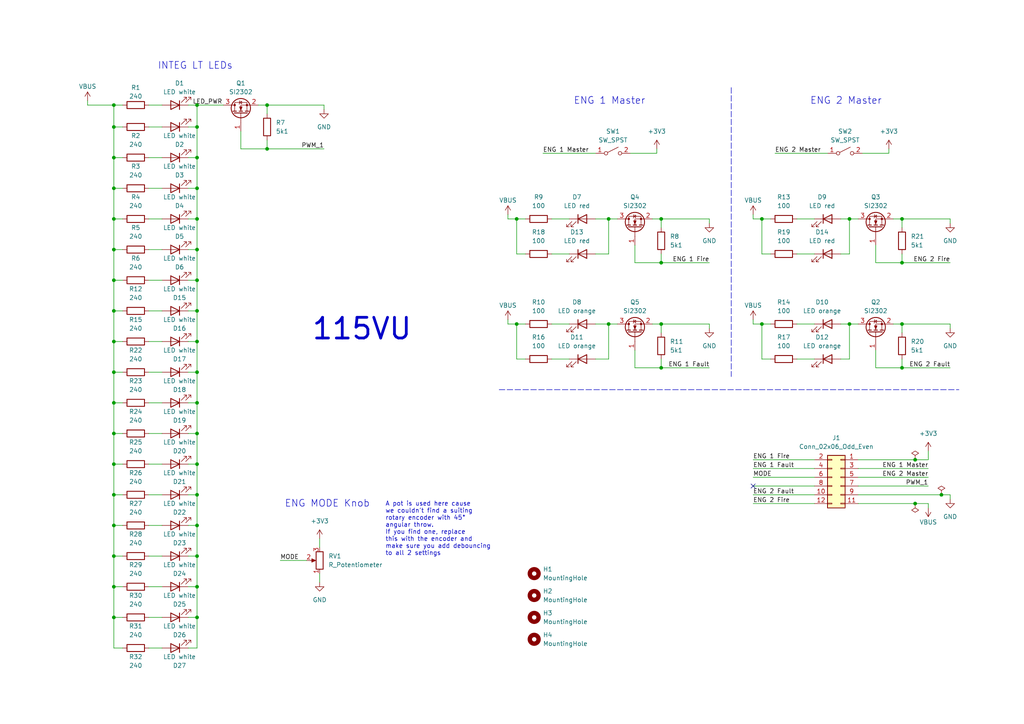
<source format=kicad_sch>
(kicad_sch (version 20230121) (generator eeschema)
  (paper "A4")
  (junction (at 33.02 125.73))
  (junction (at 33.02 90.17))
  (junction (at 57.15 179.07))
  (junction (at 57.15 161.29))
  (junction (at 261.62 93.98))
  (junction (at 33.02 107.95))
  (junction (at 176.53 93.98))
  (junction (at 33.02 45.72))
  (junction (at 57.15 170.18))
  (junction (at 33.02 170.18))
  (junction (at 149.86 63.5))
  (junction (at 33.02 179.07))
  (junction (at 57.15 107.95))
  (junction (at 33.02 30.48))
  (junction (at 191.77 76.2))
  (junction (at 33.02 143.51))
  (junction (at 57.15 152.4))
  (junction (at 57.15 81.28))
  (junction (at 191.77 106.68))
  (junction (at 57.15 116.84))
  (junction (at 57.15 30.48))
  (junction (at 57.15 36.83))
  (junction (at 261.62 63.5))
  (junction (at 57.15 72.39))
  (junction (at 57.15 90.17))
  (junction (at 33.02 116.84))
  (junction (at 57.15 143.51))
  (junction (at 57.15 63.5))
  (junction (at 220.98 63.5))
  (junction (at 57.15 134.62))
  (junction (at 77.47 30.48))
  (junction (at 220.98 93.98))
  (junction (at 261.62 76.2))
  (junction (at 33.02 36.83))
  (junction (at 261.62 106.68))
  (junction (at 33.02 54.61))
  (junction (at 33.02 152.4))
  (junction (at 77.47 43.18))
  (junction (at 33.02 161.29))
  (junction (at 191.77 63.5))
  (junction (at 57.15 125.73))
  (junction (at 33.02 72.39))
  (junction (at 33.02 134.62))
  (junction (at 33.02 99.06))
  (junction (at 57.15 45.72))
  (junction (at 57.15 54.61))
  (junction (at 246.38 93.98))
  (junction (at 57.15 99.06))
  (junction (at 265.43 146.05))
  (junction (at 265.43 133.35))
  (junction (at 273.05 143.51))
  (junction (at 246.38 63.5))
  (junction (at 33.02 81.28))
  (junction (at 33.02 63.5))
  (junction (at 176.53 63.5))
  (junction (at 191.77 93.98))
  (junction (at 149.86 93.98))
  (no_connect (at 218.44 140.97))
  (wire (pts (xy 33.02 161.29) (xy 33.02 170.18)))
  (wire (pts (xy 243.84 104.14) (xy 246.38 104.14)))
  (wire (pts (xy 43.18 170.18) (xy 46.99 170.18)))
  (wire (pts (xy 33.02 125.73) (xy 35.56 125.73)))
  (wire (pts (xy 35.56 187.96) (xy 33.02 187.96)))
  (wire (pts (xy 54.61 170.18) (xy 57.15 170.18)))
  (wire (pts (xy 57.15 134.62) (xy 57.15 143.51)))
  (wire (pts (xy 54.61 36.83) (xy 57.15 36.83)))
  (wire (pts (xy 275.59 93.98) (xy 261.62 93.98)))
  (wire (pts (xy 33.02 107.95) (xy 33.02 116.84)))
  (wire (pts (xy 54.61 125.73) (xy 57.15 125.73)))
  (wire (pts (xy 57.15 54.61) (xy 57.15 63.5)))
  (wire (pts (xy 43.18 134.62) (xy 46.99 134.62)))
  (wire (pts (xy 43.18 152.4) (xy 46.99 152.4)))
  (wire (pts (xy 33.02 63.5) (xy 33.02 72.39)))
  (wire (pts (xy 33.02 143.51) (xy 35.56 143.51)))
  (wire (pts (xy 43.18 116.84) (xy 46.99 116.84)))
  (wire (pts (xy 160.02 104.14) (xy 165.1 104.14)))
  (wire (pts (xy 33.02 179.07) (xy 35.56 179.07)))
  (wire (pts (xy 54.61 99.06) (xy 57.15 99.06)))
  (wire (pts (xy 33.02 134.62) (xy 33.02 143.51)))
  (wire (pts (xy 160.02 93.98) (xy 165.1 93.98)))
  (wire (pts (xy 218.44 93.98) (xy 220.98 93.98)))
  (wire (pts (xy 54.61 143.51) (xy 57.15 143.51)))
  (wire (pts (xy 43.18 30.48) (xy 46.99 30.48)))
  (wire (pts (xy 218.44 140.97) (xy 236.22 140.97)))
  (wire (pts (xy 147.32 62.23) (xy 147.32 63.5)))
  (wire (pts (xy 35.56 134.62) (xy 33.02 134.62)))
  (wire (pts (xy 33.02 143.51) (xy 33.02 152.4)))
  (wire (pts (xy 205.74 93.98) (xy 191.77 93.98)))
  (wire (pts (xy 259.08 63.5) (xy 261.62 63.5)))
  (wire (pts (xy 191.77 76.2) (xy 205.74 76.2)))
  (wire (pts (xy 184.15 71.12) (xy 184.15 76.2)))
  (wire (pts (xy 92.71 166.37) (xy 92.71 168.91)))
  (wire (pts (xy 220.98 93.98) (xy 220.98 104.14)))
  (wire (pts (xy 261.62 76.2) (xy 275.59 76.2)))
  (wire (pts (xy 54.61 72.39) (xy 57.15 72.39)))
  (wire (pts (xy 248.92 143.51) (xy 273.05 143.51)))
  (wire (pts (xy 147.32 93.98) (xy 149.86 93.98)))
  (wire (pts (xy 33.02 107.95) (xy 35.56 107.95)))
  (wire (pts (xy 218.44 146.05) (xy 236.22 146.05)))
  (wire (pts (xy 33.02 30.48) (xy 35.56 30.48)))
  (wire (pts (xy 149.86 63.5) (xy 152.4 63.5)))
  (wire (pts (xy 43.18 45.72) (xy 46.99 45.72)))
  (wire (pts (xy 184.15 101.6) (xy 184.15 106.68)))
  (wire (pts (xy 33.02 36.83) (xy 33.02 45.72)))
  (wire (pts (xy 248.92 140.97) (xy 269.24 140.97)))
  (wire (pts (xy 149.86 93.98) (xy 152.4 93.98)))
  (wire (pts (xy 69.85 43.18) (xy 77.47 43.18)))
  (wire (pts (xy 176.53 93.98) (xy 179.07 93.98)))
  (wire (pts (xy 205.74 64.77) (xy 205.74 63.5)))
  (wire (pts (xy 189.23 93.98) (xy 191.77 93.98)))
  (wire (pts (xy 57.15 179.07) (xy 57.15 187.96)))
  (wire (pts (xy 35.56 36.83) (xy 33.02 36.83)))
  (wire (pts (xy 33.02 63.5) (xy 35.56 63.5)))
  (wire (pts (xy 57.15 161.29) (xy 57.15 170.18)))
  (wire (pts (xy 69.85 38.1) (xy 69.85 43.18)))
  (wire (pts (xy 246.38 63.5) (xy 248.92 63.5)))
  (wire (pts (xy 265.43 146.05) (xy 269.24 146.05)))
  (wire (pts (xy 172.72 104.14) (xy 176.53 104.14)))
  (wire (pts (xy 218.44 62.23) (xy 218.44 63.5)))
  (wire (pts (xy 54.61 63.5) (xy 57.15 63.5)))
  (wire (pts (xy 57.15 72.39) (xy 57.15 81.28)))
  (wire (pts (xy 248.92 133.35) (xy 265.43 133.35)))
  (wire (pts (xy 77.47 40.64) (xy 77.47 43.18)))
  (polyline (pts (xy 144.78 113.03) (xy 278.13 113.03)) (stroke (width 0) (type dash)))
  (wire (pts (xy 43.18 125.73) (xy 46.99 125.73)))
  (wire (pts (xy 93.98 30.48) (xy 77.47 30.48)))
  (wire (pts (xy 33.02 152.4) (xy 35.56 152.4)))
  (wire (pts (xy 205.74 63.5) (xy 191.77 63.5)))
  (wire (pts (xy 254 101.6) (xy 254 106.68)))
  (wire (pts (xy 176.53 63.5) (xy 172.72 63.5)))
  (wire (pts (xy 77.47 43.18) (xy 93.98 43.18)))
  (wire (pts (xy 33.02 116.84) (xy 33.02 125.73)))
  (wire (pts (xy 43.18 107.95) (xy 46.99 107.95)))
  (wire (pts (xy 54.61 54.61) (xy 57.15 54.61)))
  (wire (pts (xy 246.38 63.5) (xy 243.84 63.5)))
  (wire (pts (xy 275.59 63.5) (xy 261.62 63.5)))
  (wire (pts (xy 191.77 63.5) (xy 191.77 66.04)))
  (wire (pts (xy 54.61 161.29) (xy 57.15 161.29)))
  (wire (pts (xy 92.71 156.21) (xy 92.71 158.75)))
  (wire (pts (xy 147.32 92.71) (xy 147.32 93.98)))
  (wire (pts (xy 57.15 90.17) (xy 57.15 99.06)))
  (wire (pts (xy 254 106.68) (xy 261.62 106.68)))
  (wire (pts (xy 57.15 30.48) (xy 57.15 36.83)))
  (wire (pts (xy 57.15 81.28) (xy 57.15 90.17)))
  (wire (pts (xy 243.84 73.66) (xy 246.38 73.66)))
  (wire (pts (xy 43.18 72.39) (xy 46.99 72.39)))
  (wire (pts (xy 57.15 36.83) (xy 57.15 45.72)))
  (wire (pts (xy 269.24 147.32) (xy 269.24 146.05)))
  (wire (pts (xy 25.4 30.48) (xy 25.4 29.21)))
  (wire (pts (xy 152.4 73.66) (xy 149.86 73.66)))
  (wire (pts (xy 269.24 130.81) (xy 269.24 133.35)))
  (wire (pts (xy 275.59 64.77) (xy 275.59 63.5)))
  (wire (pts (xy 191.77 73.66) (xy 191.77 76.2)))
  (wire (pts (xy 231.14 93.98) (xy 236.22 93.98)))
  (wire (pts (xy 218.44 92.71) (xy 218.44 93.98)))
  (wire (pts (xy 218.44 138.43) (xy 236.22 138.43)))
  (wire (pts (xy 33.02 152.4) (xy 33.02 161.29)))
  (wire (pts (xy 43.18 179.07) (xy 46.99 179.07)))
  (wire (pts (xy 218.44 135.89) (xy 236.22 135.89)))
  (wire (pts (xy 57.15 30.48) (xy 64.77 30.48)))
  (wire (pts (xy 152.4 104.14) (xy 149.86 104.14)))
  (wire (pts (xy 261.62 93.98) (xy 261.62 96.52)))
  (wire (pts (xy 33.02 99.06) (xy 35.56 99.06)))
  (wire (pts (xy 57.15 143.51) (xy 57.15 152.4)))
  (wire (pts (xy 191.77 93.98) (xy 191.77 96.52)))
  (wire (pts (xy 160.02 73.66) (xy 165.1 73.66)))
  (wire (pts (xy 248.92 135.89) (xy 269.24 135.89)))
  (wire (pts (xy 33.02 45.72) (xy 35.56 45.72)))
  (wire (pts (xy 184.15 76.2) (xy 191.77 76.2)))
  (wire (pts (xy 54.61 187.96) (xy 57.15 187.96)))
  (wire (pts (xy 33.02 90.17) (xy 33.02 99.06)))
  (wire (pts (xy 220.98 63.5) (xy 220.98 73.66)))
  (wire (pts (xy 231.14 104.14) (xy 236.22 104.14)))
  (wire (pts (xy 275.59 143.51) (xy 275.59 144.78)))
  (wire (pts (xy 273.05 143.51) (xy 275.59 143.51)))
  (wire (pts (xy 35.56 116.84) (xy 33.02 116.84)))
  (wire (pts (xy 254 71.12) (xy 254 76.2)))
  (wire (pts (xy 248.92 138.43) (xy 269.24 138.43)))
  (wire (pts (xy 231.14 73.66) (xy 236.22 73.66)))
  (polyline (pts (xy 212.09 25.4) (xy 212.09 109.22)) (stroke (width 0) (type dash)))
  (wire (pts (xy 57.15 45.72) (xy 57.15 54.61)))
  (wire (pts (xy 81.28 162.56) (xy 88.9 162.56)))
  (wire (pts (xy 43.18 54.61) (xy 46.99 54.61)))
  (wire (pts (xy 218.44 133.35) (xy 236.22 133.35)))
  (wire (pts (xy 54.61 90.17) (xy 57.15 90.17)))
  (wire (pts (xy 57.15 107.95) (xy 57.15 116.84)))
  (wire (pts (xy 157.48 44.45) (xy 172.72 44.45)))
  (wire (pts (xy 43.18 99.06) (xy 46.99 99.06)))
  (wire (pts (xy 246.38 93.98) (xy 248.92 93.98)))
  (wire (pts (xy 275.59 95.25) (xy 275.59 93.98)))
  (wire (pts (xy 54.61 107.95) (xy 57.15 107.95)))
  (wire (pts (xy 33.02 99.06) (xy 33.02 107.95)))
  (wire (pts (xy 33.02 72.39) (xy 33.02 81.28)))
  (wire (pts (xy 54.61 152.4) (xy 57.15 152.4)))
  (wire (pts (xy 57.15 116.84) (xy 57.15 125.73)))
  (wire (pts (xy 57.15 99.06) (xy 57.15 107.95)))
  (wire (pts (xy 176.53 63.5) (xy 179.07 63.5)))
  (wire (pts (xy 33.02 36.83) (xy 33.02 30.48)))
  (wire (pts (xy 57.15 63.5) (xy 57.15 72.39)))
  (wire (pts (xy 77.47 30.48) (xy 77.47 33.02)))
  (wire (pts (xy 33.02 179.07) (xy 33.02 187.96)))
  (wire (pts (xy 265.43 133.35) (xy 269.24 133.35)))
  (wire (pts (xy 231.14 63.5) (xy 236.22 63.5)))
  (wire (pts (xy 224.79 44.45) (xy 240.03 44.45)))
  (wire (pts (xy 54.61 45.72) (xy 57.15 45.72)))
  (wire (pts (xy 220.98 63.5) (xy 223.52 63.5)))
  (wire (pts (xy 176.53 93.98) (xy 172.72 93.98)))
  (wire (pts (xy 57.15 125.73) (xy 57.15 134.62)))
  (wire (pts (xy 254 76.2) (xy 261.62 76.2)))
  (wire (pts (xy 35.56 72.39) (xy 33.02 72.39)))
  (wire (pts (xy 54.61 134.62) (xy 57.15 134.62)))
  (wire (pts (xy 218.44 143.51) (xy 236.22 143.51)))
  (wire (pts (xy 33.02 45.72) (xy 33.02 54.61)))
  (wire (pts (xy 54.61 30.48) (xy 57.15 30.48)))
  (wire (pts (xy 182.88 44.45) (xy 190.5 44.45)))
  (wire (pts (xy 43.18 63.5) (xy 46.99 63.5)))
  (wire (pts (xy 57.15 152.4) (xy 57.15 161.29)))
  (wire (pts (xy 261.62 104.14) (xy 261.62 106.68)))
  (wire (pts (xy 257.81 43.18) (xy 257.81 44.45)))
  (wire (pts (xy 33.02 54.61) (xy 35.56 54.61)))
  (wire (pts (xy 35.56 170.18) (xy 33.02 170.18)))
  (wire (pts (xy 205.74 95.25) (xy 205.74 93.98)))
  (wire (pts (xy 259.08 93.98) (xy 261.62 93.98)))
  (wire (pts (xy 93.98 31.75) (xy 93.98 30.48)))
  (wire (pts (xy 54.61 116.84) (xy 57.15 116.84)))
  (wire (pts (xy 176.53 93.98) (xy 176.53 104.14)))
  (wire (pts (xy 149.86 63.5) (xy 149.86 73.66)))
  (wire (pts (xy 33.02 90.17) (xy 35.56 90.17)))
  (wire (pts (xy 250.19 44.45) (xy 257.81 44.45)))
  (wire (pts (xy 74.93 30.48) (xy 77.47 30.48)))
  (wire (pts (xy 176.53 63.5) (xy 176.53 73.66)))
  (wire (pts (xy 33.02 170.18) (xy 33.02 179.07)))
  (wire (pts (xy 33.02 81.28) (xy 33.02 90.17)))
  (wire (pts (xy 147.32 63.5) (xy 149.86 63.5)))
  (wire (pts (xy 54.61 179.07) (xy 57.15 179.07)))
  (wire (pts (xy 57.15 170.18) (xy 57.15 179.07)))
  (wire (pts (xy 261.62 73.66) (xy 261.62 76.2)))
  (wire (pts (xy 246.38 63.5) (xy 246.38 73.66)))
  (wire (pts (xy 33.02 125.73) (xy 33.02 134.62)))
  (wire (pts (xy 223.52 73.66) (xy 220.98 73.66)))
  (wire (pts (xy 43.18 143.51) (xy 46.99 143.51)))
  (wire (pts (xy 43.18 90.17) (xy 46.99 90.17)))
  (wire (pts (xy 54.61 81.28) (xy 57.15 81.28)))
  (wire (pts (xy 246.38 93.98) (xy 243.84 93.98)))
  (wire (pts (xy 160.02 63.5) (xy 165.1 63.5)))
  (wire (pts (xy 43.18 81.28) (xy 46.99 81.28)))
  (wire (pts (xy 43.18 36.83) (xy 46.99 36.83)))
  (wire (pts (xy 191.77 106.68) (xy 205.74 106.68)))
  (wire (pts (xy 261.62 106.68) (xy 275.59 106.68)))
  (wire (pts (xy 191.77 104.14) (xy 191.77 106.68)))
  (wire (pts (xy 184.15 106.68) (xy 191.77 106.68)))
  (wire (pts (xy 246.38 93.98) (xy 246.38 104.14)))
  (wire (pts (xy 35.56 81.28) (xy 33.02 81.28)))
  (wire (pts (xy 261.62 63.5) (xy 261.62 66.04)))
  (wire (pts (xy 223.52 104.14) (xy 220.98 104.14)))
  (wire (pts (xy 172.72 73.66) (xy 176.53 73.66)))
  (wire (pts (xy 43.18 187.96) (xy 46.99 187.96)))
  (wire (pts (xy 149.86 93.98) (xy 149.86 104.14)))
  (wire (pts (xy 190.5 43.18) (xy 190.5 44.45)))
  (wire (pts (xy 43.18 161.29) (xy 46.99 161.29)))
  (wire (pts (xy 25.4 30.48) (xy 33.02 30.48)))
  (wire (pts (xy 248.92 146.05) (xy 265.43 146.05)))
  (wire (pts (xy 218.44 63.5) (xy 220.98 63.5)))
  (wire (pts (xy 189.23 63.5) (xy 191.77 63.5)))
  (wire (pts (xy 220.98 93.98) (xy 223.52 93.98)))
  (wire (pts (xy 33.02 54.61) (xy 33.02 63.5)))
  (wire (pts (xy 33.02 161.29) (xy 35.56 161.29)))
  (text "ENG 1 Master" (at 166.37 30.48 0) (effects (font (size 2 2)) (justify left bottom)))
  (text "A pot is used here cause\nwe couldn't find a suiting\nrotary encoder with 45°\nangular throw.\nIf you find one, replace\nthis with the encoder and\nmake sure you add debouncing\nto all 2 settings" (at 111.76 161.29 0) (effects (font (size 1.27 1.27)) (justify left bottom)))
  (text "ENG MODE Knob" (at 82.55 147.32 0) (effects (font (size 2 2)) (justify left bottom)))
  (text "115VU" (at 90.17 99.06 0) (effects (font (size 6 6) (thickness 0.8) bold) (justify left bottom)))
  (text "ENG 2 Master" (at 234.95 30.48 0) (effects (font (size 2 2)) (justify left bottom)))
  (text "INTEG LT LEDs" (at 45.72 20.32 0) (effects (font (size 2 2)) (justify left bottom)))
  (label "ENG 1 Fault" (at 218.44 135.89 0))
  (label "PWM_1" (at 269.24 140.97 180))
  (label "ENG 1 Master" (at 269.24 135.89 180))
  (label "ENG 2 Fault" (at 218.44 143.51 0))
  (label "PWM_1" (at 93.98 43.18 180))
  (label "ENG 1 Master" (at 157.48 44.45 0))
  (label "MODE" (at 81.28 162.56 0))
  (label "ENG 2 Master" (at 224.79 44.45 0))
  (label "ENG 2 Fault" (at 275.59 106.68 180))
  (label "ENG 2 Fire" (at 218.44 146.05 0))
  (label "ENG 2 Master" (at 269.24 138.43 180))
  (label "ENG 1 Fire" (at 218.44 133.35 0))
  (label "MODE" (at 218.44 138.43 0))
  (label "ENG 1 Fire" (at 205.74 76.2 180))
  (label "ENG 2 Fire" (at 275.59 76.2 180))
  (label "ENG 1 Fault" (at 205.74 106.68 180))
  (label "LED_PWR" (at 55.88 30.48 0))
  (symbol (lib_id "power:PWR_FLAG") (at 265.43 146.05 180) (unit 1)
    (property "Reference" "#FLG02" (effects hide))
    (property "Value" "PWR_FLAG" (effects hide))
  )
  (symbol (lib_id "Device:R") (at 77.47 36.83 180) (unit 1)
    (property "Reference" "R7" (at 80.01 35.56 0) (effects (justify right)))
    (property "Value" "5k1" (at 80.01 38.1 0) (effects (justify right)))
    (property "Footprint" "Resistor_SMD:R_0603_1608Metric" (effects hide))
    (property "Datasheet" "https://www.lcsc.com/datasheet/lcsc_datasheet_2206010116_UNI-ROYAL-Uniroyal-Elec-0603WAF5101T5E_C23186.pdf" (effects hide))
    (property "JLCPCB Part" "C23186" (effects hide))
    (property "Manufracturer" "UNI-ROYAL(Uniroyal Elec)" (effects hide))
    (property "Manufracturer Part Number" "0603WAF5101T5E" (effects hide))
  )
  (symbol (lib_id "Device:LED") (at 50.8 161.29 180) (unit 1)
    (property "Reference" "D24" (at 52.07 166.37 0))
    (property "Value" "LED white" (at 52.07 163.83 0))
    (property "Footprint" "LED_SMD:LED_0805_2012Metric" (effects hide))
    (property "Datasheet" "https://www.lcsc.com/datasheet/lcsc_datasheet_2402181504_XINGLIGHT-XL-2012WWC-DS_C3646928.pdf" (effects hide))
    (property "Manufracturer" "XINGLIGHT" (effects hide))
    (property "Manufracturer Part Number" "XL-2012WWC-DS" (effects hide))
    (property "JLCPCB Part" "C3646928" (effects hide))
  )
  (symbol (lib_id "power:VBUS") (at 25.4 29.21 0) (unit 1)
    (property "Reference" "#PWR01" (effects hide))
    (property "Value" "VBUS" (at 25.4 25.0769 0))
  )
  (symbol (lib_id "Device:LED") (at 50.8 99.06 180) (unit 1)
    (property "Reference" "D17" (at 52.07 104.14 0))
    (property "Value" "LED white" (at 52.07 101.6 0))
    (property "Footprint" "LED_SMD:LED_0805_2012Metric" (effects hide))
    (property "Datasheet" "https://www.lcsc.com/datasheet/lcsc_datasheet_2402181504_XINGLIGHT-XL-2012WWC-DS_C3646928.pdf" (effects hide))
    (property "Manufracturer" "XINGLIGHT" (effects hide))
    (property "Manufracturer Part Number" "XL-2012WWC-DS" (effects hide))
    (property "JLCPCB Part" "C3646928" (effects hide))
  )
  (symbol (lib_id "Device:R") (at 156.21 63.5 90) (unit 1)
    (property "Reference" "R9" (at 156.21 57.15 90))
    (property "Value" "100" (at 156.21 59.69 90))
    (property "Footprint" "Resistor_SMD:R_0805_2012Metric" (effects hide))
    (property "Datasheet" "https://datasheet.lcsc.com/lcsc/2206010216_UNI-ROYAL-Uniroyal-Elec-0805W8F1000T5E_C17408.pdf" (effects hide))
    (property "JLCPCB Part" "C17408" (effects hide))
    (property "Manufracturer" "UNI-ROYAL(Uniroyal Elec)" (effects hide))
    (property "Manufracturer Part Number" "0805W8F1000T5E" (effects hide))
  )
  (symbol (lib_id "Device:LED") (at 240.03 93.98 0) (unit 1)
    (property "Reference" "D10" (at 238.4425 87.63 0))
    (property "Value" "LED orange" (at 238.4425 90.17 0))
    (property "Footprint" "LED_SMD:LED_0603_1608Metric" (effects hide))
    (property "Datasheet" "https://datasheet.lcsc.com/lcsc/1810201530_BrtLed-Bright-LED-Elec-BL-HKC36G-AV-TRB_C165981.pdf" (effects hide))
    (property "JLCPCB Part" "C165981" (effects hide))
    (property "Manufracturer" "BrtLed(Bright LED Elec)" (effects hide))
    (property "Manufracturer Part Number" "BL-HKC36G-AV-TRB" (effects hide))
  )
  (symbol (lib_id "power:GND") (at 93.98 31.75 0) (unit 1)
    (property "Reference" "#PWR02" (effects hide))
    (property "Value" "GND" (at 93.98 36.83 0))
  )
  (symbol (lib_id "Connector_Generic:Conn_02x06_Odd_Even") (at 243.84 138.43 0) (mirror y) (unit 1)
    (property "Reference" "J1" (at 242.57 127 0))
    (property "Value" "Conn_02x06_Odd_Even" (at 242.57 129.54 0))
    (property "Footprint" "Connector_IDC:IDC-Header_2x06_P2.54mm_Vertical" (effects hide))
  )
  (symbol (lib_id "Device:R") (at 39.37 187.96 90) (unit 1)
    (property "Reference" "R32" (at 39.37 190.5 90))
    (property "Value" "240" (at 39.37 193.04 90))
    (property "Footprint" "Resistor_SMD:R_0805_2012Metric" (effects hide))
    (property "Datasheet" "https://www.lcsc.com/datasheet/lcsc_datasheet_2206010200_UNI-ROYAL-Uniroyal-Elec-0805W8F2400T5E_C17572.pdf" (effects hide))
    (property "Manufracturer" "UNI-ROYAL(Uniroyal Elec)" (effects hide))
    (property "Manufracturer Part Number" "0805W8F2400T5E" (effects hide))
    (property "JLCPCB Part" "C17572" (effects hide))
  )
  (symbol (lib_id "Device:R") (at 39.37 143.51 90) (unit 1)
    (property "Reference" "R27" (at 39.37 146.05 90))
    (property "Value" "240" (at 39.37 148.59 90))
    (property "Footprint" "Resistor_SMD:R_0805_2012Metric" (effects hide))
    (property "Datasheet" "https://www.lcsc.com/datasheet/lcsc_datasheet_2206010200_UNI-ROYAL-Uniroyal-Elec-0805W8F2400T5E_C17572.pdf" (effects hide))
    (property "Manufracturer" "UNI-ROYAL(Uniroyal Elec)" (effects hide))
    (property "Manufracturer Part Number" "0805W8F2400T5E" (effects hide))
    (property "JLCPCB Part" "C17572" (effects hide))
  )
  (symbol (lib_id "Device:R") (at 227.33 63.5 90) (unit 1)
    (property "Reference" "R13" (at 227.33 57.15 90))
    (property "Value" "100" (at 227.33 59.69 90))
    (property "Footprint" "Resistor_SMD:R_0805_2012Metric" (effects hide))
    (property "Datasheet" "https://datasheet.lcsc.com/lcsc/2206010216_UNI-ROYAL-Uniroyal-Elec-0805W8F1000T5E_C17408.pdf" (effects hide))
    (property "JLCPCB Part" "C17408" (effects hide))
    (property "Manufracturer" "UNI-ROYAL(Uniroyal Elec)" (effects hide))
    (property "Manufracturer Part Number" "0805W8F1000T5E" (effects hide))
  )
  (symbol (lib_id "Mechanical:MountingHole") (at 154.94 185.42 0) (unit 1) (in_bom no)
    (property "Reference" "H4" (at 157.48 184.15 0) (effects (justify left)))
    (property "Value" "MountingHole" (at 157.48 186.69 0) (effects (justify left)))
    (property "Footprint" "MountingHole:MountingHole_2.2mm_M2" (effects hide))
  )
  (symbol (lib_id "Device:LED") (at 168.91 104.14 0) (unit 1)
    (property "Reference" "D11" (at 167.3225 97.79 0))
    (property "Value" "LED orange" (at 167.3225 100.33 0))
    (property "Footprint" "LED_SMD:LED_0603_1608Metric" (effects hide))
    (property "Datasheet" "https://datasheet.lcsc.com/lcsc/1810201530_BrtLed-Bright-LED-Elec-BL-HKC36G-AV-TRB_C165981.pdf" (effects hide))
    (property "JLCPCB Part" "C165981" (effects hide))
    (property "Manufracturer" "BrtLed(Bright LED Elec)" (effects hide))
    (property "Manufracturer Part Number" "BL-HKC36G-AV-TRB" (effects hide))
  )
  (symbol (lib_id "Device:LED") (at 50.8 125.73 180) (unit 1)
    (property "Reference" "D20" (at 52.07 130.81 0))
    (property "Value" "LED white" (at 52.07 128.27 0))
    (property "Footprint" "LED_SMD:LED_0805_2012Metric" (effects hide))
    (property "Datasheet" "https://www.lcsc.com/datasheet/lcsc_datasheet_2402181504_XINGLIGHT-XL-2012WWC-DS_C3646928.pdf" (effects hide))
    (property "Manufracturer" "XINGLIGHT" (effects hide))
    (property "Manufracturer Part Number" "XL-2012WWC-DS" (effects hide))
    (property "JLCPCB Part" "C3646928" (effects hide))
  )
  (symbol (lib_id "Transistor_FET:2N7002K") (at 184.15 96.52 90) (unit 1)
    (property "Reference" "Q5" (at 184.15 87.63 90))
    (property "Value" "SI2302" (at 184.15 90.17 90))
    (property "Footprint" "Package_TO_SOT_SMD:SOT-23-3" (effects hide))
    (property "Datasheet" "https://www.lcsc.com/datasheet/lcsc_datasheet_2109011130_YONGYUTAI-SI2302_C2891732.pdf" (effects hide))
    (property "Manufracturer" "YONGYUTAI" (effects hide))
    (property "Manufracturer Part Number" "SI2302" (effects hide))
    (property "JLCPCB Part" "C2891732" (effects hide))
  )
  (symbol (lib_id "Device:R") (at 39.37 134.62 90) (unit 1)
    (property "Reference" "R26" (at 39.37 137.16 90))
    (property "Value" "240" (at 39.37 139.7 90))
    (property "Footprint" "Resistor_SMD:R_0805_2012Metric" (effects hide))
    (property "Datasheet" "https://www.lcsc.com/datasheet/lcsc_datasheet_2206010200_UNI-ROYAL-Uniroyal-Elec-0805W8F2400T5E_C17572.pdf" (effects hide))
    (property "Manufracturer" "UNI-ROYAL(Uniroyal Elec)" (effects hide))
    (property "Manufracturer Part Number" "0805W8F2400T5E" (effects hide))
    (property "JLCPCB Part" "C17572" (effects hide))
  )
  (symbol (lib_id "power:VBUS") (at 218.44 62.23 0) (unit 1)
    (property "Reference" "#PWR019" (effects hide))
    (property "Value" "VBUS" (at 218.44 58.0969 0))
  )
  (symbol (lib_id "Transistor_FET:2N7002K") (at 254 96.52 90) (unit 1)
    (property "Reference" "Q2" (at 254 87.63 90))
    (property "Value" "SI2302" (at 254 90.17 90))
    (property "Footprint" "Package_TO_SOT_SMD:SOT-23-3" (effects hide))
    (property "Datasheet" "https://www.lcsc.com/datasheet/lcsc_datasheet_2109011130_YONGYUTAI-SI2302_C2891732.pdf" (effects hide))
    (property "Manufracturer" "YONGYUTAI" (effects hide))
    (property "Manufracturer Part Number" "SI2302" (effects hide))
    (property "JLCPCB Part" "C2891732" (effects hide))
  )
  (symbol (lib_id "power:VBUS") (at 147.32 92.71 0) (unit 1)
    (property "Reference" "#PWR09" (effects hide))
    (property "Value" "VBUS" (at 147.32 88.5769 0))
  )
  (symbol (lib_id "Device:LED") (at 50.8 36.83 180) (unit 1)
    (property "Reference" "D2" (at 52.07 41.91 0))
    (property "Value" "LED white" (at 52.07 39.37 0))
    (property "Footprint" "LED_SMD:LED_0805_2012Metric" (effects hide))
    (property "Datasheet" "https://www.lcsc.com/datasheet/lcsc_datasheet_2402181504_XINGLIGHT-XL-2012WWC-DS_C3646928.pdf" (effects hide))
    (property "Manufracturer" "XINGLIGHT" (effects hide))
    (property "Manufracturer Part Number" "XL-2012WWC-DS" (effects hide))
    (property "JLCPCB Part" "C3646928" (effects hide))
  )
  (symbol (lib_id "Device:R") (at 191.77 100.33 180) (unit 1)
    (property "Reference" "R11" (at 194.31 99.06 0) (effects (justify right)))
    (property "Value" "5k1" (at 194.31 101.6 0) (effects (justify right)))
    (property "Footprint" "Resistor_SMD:R_0603_1608Metric" (effects hide))
    (property "Datasheet" "https://www.lcsc.com/datasheet/lcsc_datasheet_2206010116_UNI-ROYAL-Uniroyal-Elec-0603WAF5101T5E_C23186.pdf" (effects hide))
    (property "JLCPCB Part" "C23186" (effects hide))
    (property "Manufracturer" "UNI-ROYAL(Uniroyal Elec)" (effects hide))
    (property "Manufracturer Part Number" "0603WAF5101T5E" (effects hide))
  )
  (symbol (lib_id "Switch:SW_SPST") (at 245.11 44.45 0) (unit 1)
    (property "Reference" "SW2" (at 245.11 38.1 0))
    (property "Value" "SW_SPST" (at 245.11 40.64 0))
    (property "Footprint" "NiasStuff:SW_SPDT_YUEN-FUNG_ST-0-103-A01-T000-RS" (effects hide))
    (property "Datasheet" "https://datasheet.lcsc.com/lcsc/2307200931_YUEN-FUNG-ST-0-103-A01-T000-RS_C1788488.pdf" (effects hide))
    (property "JLCPCB Part" "C1788488" (effects hide))
    (property "Manufracturer" "YUEN FUNG" (effects hide))
    (property "Manufracturer Part Number" "ST-0-103-A01-T000-RS" (effects hide))
  )
  (symbol (lib_id "Device:R") (at 39.37 30.48 90) (unit 1)
    (property "Reference" "R1" (at 39.37 25.4 90))
    (property "Value" "240" (at 39.37 27.94 90))
    (property "Footprint" "Resistor_SMD:R_0805_2012Metric" (effects hide))
    (property "Datasheet" "https://www.lcsc.com/datasheet/lcsc_datasheet_2206010200_UNI-ROYAL-Uniroyal-Elec-0805W8F2400T5E_C17572.pdf" (effects hide))
    (property "Manufracturer" "UNI-ROYAL(Uniroyal Elec)" (effects hide))
    (property "Manufracturer Part Number" "0805W8F2400T5E" (effects hide))
    (property "JLCPCB Part" "C17572" (effects hide))
  )
  (symbol (lib_id "power:+3V3") (at 269.24 130.81 0) (unit 1)
    (property "Reference" "#PWR03" (effects hide))
    (property "Value" "+3V3" (at 269.24 125.73 0))
  )
  (symbol (lib_id "power:VBUS") (at 269.24 147.32 180) (unit 1)
    (property "Reference" "#PWR04" (effects hide))
    (property "Value" "VBUS" (at 269.24 151.4531 0))
  )
  (symbol (lib_id "Device:LED") (at 240.03 63.5 0) (unit 1)
    (property "Reference" "D9" (at 238.4425 57.15 0))
    (property "Value" "LED red" (at 238.4425 59.69 0))
    (property "Footprint" "LED_SMD:LED_0603_1608Metric" (effects hide))
    (property "Datasheet" "https://datasheet.lcsc.com/lcsc/1811131213_BrtLed-Bright-LED-Elec-BL-HUB36G-AV-TRB_C94743.pdf" (effects hide))
    (property "JLCPCB Part" "C94743" (effects hide))
    (property "Manufracturer" "BrtLed(Bright LED Elec)" (effects hide))
    (property "Manufracturer Part Number" "BL-HUB36G-AV-TRB" (effects hide))
  )
  (symbol (lib_id "Device:LED") (at 50.8 30.48 180) (unit 1)
    (property "Reference" "D1" (at 52.07 24.13 0))
    (property "Value" "LED white" (at 52.07 26.67 0))
    (property "Footprint" "LED_SMD:LED_0805_2012Metric" (effects hide))
    (property "Datasheet" "https://www.lcsc.com/datasheet/lcsc_datasheet_2402181504_XINGLIGHT-XL-2012WWC-DS_C3646928.pdf" (effects hide))
    (property "Manufracturer" "XINGLIGHT" (effects hide))
    (property "Manufracturer Part Number" "XL-2012WWC-DS" (effects hide))
    (property "JLCPCB Part" "C3646928" (effects hide))
  )
  (symbol (lib_id "Device:R") (at 261.62 69.85 180) (unit 1)
    (property "Reference" "R21" (at 264.16 68.58 0) (effects (justify right)))
    (property "Value" "5k1" (at 264.16 71.12 0) (effects (justify right)))
    (property "Footprint" "Resistor_SMD:R_0603_1608Metric" (effects hide))
    (property "Datasheet" "https://www.lcsc.com/datasheet/lcsc_datasheet_2206010116_UNI-ROYAL-Uniroyal-Elec-0603WAF5101T5E_C23186.pdf" (effects hide))
    (property "JLCPCB Part" "C23186" (effects hide))
    (property "Manufracturer" "UNI-ROYAL(Uniroyal Elec)" (effects hide))
    (property "Manufracturer Part Number" "0603WAF5101T5E" (effects hide))
  )
  (symbol (lib_id "Device:LED") (at 50.8 45.72 180) (unit 1)
    (property "Reference" "D3" (at 52.07 50.8 0))
    (property "Value" "LED white" (at 52.07 48.26 0))
    (property "Footprint" "LED_SMD:LED_0805_2012Metric" (effects hide))
    (property "Datasheet" "https://www.lcsc.com/datasheet/lcsc_datasheet_2402181504_XINGLIGHT-XL-2012WWC-DS_C3646928.pdf" (effects hide))
    (property "Manufracturer" "XINGLIGHT" (effects hide))
    (property "Manufracturer Part Number" "XL-2012WWC-DS" (effects hide))
    (property "JLCPCB Part" "C3646928" (effects hide))
  )
  (symbol (lib_id "Device:R_Potentiometer") (at 92.71 162.56 180) (unit 1)
    (property "Reference" "RV1" (at 95.25 161.29 0) (effects (justify right)))
    (property "Value" "R_Potentiometer" (at 95.25 163.83 0) (effects (justify right)))
    (property "Footprint" "NiasStuff:Potentiometer_Alps_RK09L_Double_Vertical" (effects hide))
    (property "Datasheet" "https://datasheet.lcsc.com/lcsc/1912111437_ALPSALPINE-RK09L1240A12_C380211.pdf" (effects hide))
    (property "Manufracturer" "ALPSALPINE" (effects hide))
    (property "Manufracturer Part Number" "RK09L1240A12" (effects hide))
    (property "JLCPCB Part" "C380211" (effects hide))
  )
  (symbol (lib_id "power:+3V3") (at 257.81 43.18 0) (unit 1)
    (property "Reference" "#PWR015" (effects hide))
    (property "Value" "+3V3" (at 257.81 38.1 0))
  )
  (symbol (lib_id "Device:LED") (at 50.8 152.4 180) (unit 1)
    (property "Reference" "D23" (at 52.07 157.48 0))
    (property "Value" "LED white" (at 52.07 154.94 0))
    (property "Footprint" "LED_SMD:LED_0805_2012Metric" (effects hide))
    (property "Datasheet" "https://www.lcsc.com/datasheet/lcsc_datasheet_2402181504_XINGLIGHT-XL-2012WWC-DS_C3646928.pdf" (effects hide))
    (property "Manufracturer" "XINGLIGHT" (effects hide))
    (property "Manufracturer Part Number" "XL-2012WWC-DS" (effects hide))
    (property "JLCPCB Part" "C3646928" (effects hide))
  )
  (symbol (lib_id "power:GND") (at 275.59 95.25 0) (unit 1)
    (property "Reference" "#PWR018" (effects hide))
    (property "Value" "GND" (at 275.59 100.33 0))
  )
  (symbol (lib_id "Mechanical:MountingHole") (at 154.94 166.37 0) (unit 1) (in_bom no)
    (property "Reference" "H1" (at 157.48 165.1 0) (effects (justify left)))
    (property "Value" "MountingHole" (at 157.48 167.64 0) (effects (justify left)))
    (property "Footprint" "MountingHole:MountingHole_2.2mm_M2" (effects hide))
  )
  (symbol (lib_id "power:+3V3") (at 92.71 156.21 0) (unit 1)
    (property "Reference" "#PWR016" (effects hide))
    (property "Value" "+3V3" (at 92.71 151.13 0))
  )
  (symbol (lib_id "Device:R") (at 227.33 73.66 90) (unit 1)
    (property "Reference" "R19" (at 227.33 67.31 90))
    (property "Value" "100" (at 227.33 69.85 90))
    (property "Footprint" "Resistor_SMD:R_0805_2012Metric" (effects hide))
    (property "Datasheet" "https://datasheet.lcsc.com/lcsc/2206010216_UNI-ROYAL-Uniroyal-Elec-0805W8F1000T5E_C17408.pdf" (effects hide))
    (property "JLCPCB Part" "C17408" (effects hide))
    (property "Manufracturer" "UNI-ROYAL(Uniroyal Elec)" (effects hide))
    (property "Manufracturer Part Number" "0805W8F1000T5E" (effects hide))
  )
  (symbol (lib_id "power:GND") (at 205.74 95.25 0) (unit 1)
    (property "Reference" "#PWR08" (effects hide))
    (property "Value" "GND" (at 205.74 100.33 0))
  )
  (symbol (lib_id "Device:R") (at 39.37 170.18 90) (unit 1)
    (property "Reference" "R30" (at 39.37 172.72 90))
    (property "Value" "240" (at 39.37 175.26 90))
    (property "Footprint" "Resistor_SMD:R_0805_2012Metric" (effects hide))
    (property "Datasheet" "https://www.lcsc.com/datasheet/lcsc_datasheet_2206010200_UNI-ROYAL-Uniroyal-Elec-0805W8F2400T5E_C17572.pdf" (effects hide))
    (property "Manufracturer" "UNI-ROYAL(Uniroyal Elec)" (effects hide))
    (property "Manufracturer Part Number" "0805W8F2400T5E" (effects hide))
    (property "JLCPCB Part" "C17572" (effects hide))
  )
  (symbol (lib_id "Transistor_FET:2N7002K") (at 69.85 33.02 90) (unit 1)
    (property "Reference" "Q1" (at 69.85 24.13 90))
    (property "Value" "SI2302" (at 69.85 26.67 90))
    (property "Footprint" "Package_TO_SOT_SMD:SOT-23-3" (effects hide))
    (property "Datasheet" "https://www.lcsc.com/datasheet/lcsc_datasheet_2109011130_YONGYUTAI-SI2302_C2891732.pdf" (effects hide))
    (property "Manufracturer" "YONGYUTAI" (effects hide))
    (property "Manufracturer Part Number" "SI2302" (effects hide))
    (property "JLCPCB Part" "C2891732" (effects hide))
  )
  (symbol (lib_id "Mechanical:MountingHole") (at 154.94 172.72 0) (unit 1) (in_bom no)
    (property "Reference" "H2" (at 157.48 171.45 0) (effects (justify left)))
    (property "Value" "MountingHole" (at 157.48 173.99 0) (effects (justify left)))
    (property "Footprint" "MountingHole:MountingHole_2.2mm_M2" (effects hide))
  )
  (symbol (lib_id "Device:R") (at 39.37 99.06 90) (unit 1)
    (property "Reference" "R22" (at 39.37 101.6 90))
    (property "Value" "240" (at 39.37 104.14 90))
    (property "Footprint" "Resistor_SMD:R_0805_2012Metric" (effects hide))
    (property "Datasheet" "https://www.lcsc.com/datasheet/lcsc_datasheet_2206010200_UNI-ROYAL-Uniroyal-Elec-0805W8F2400T5E_C17572.pdf" (effects hide))
    (property "Manufracturer" "UNI-ROYAL(Uniroyal Elec)" (effects hide))
    (property "Manufracturer Part Number" "0805W8F2400T5E" (effects hide))
    (property "JLCPCB Part" "C17572" (effects hide))
  )
  (symbol (lib_id "Device:R") (at 39.37 161.29 90) (unit 1)
    (property "Reference" "R29" (at 39.37 163.83 90))
    (property "Value" "240" (at 39.37 166.37 90))
    (property "Footprint" "Resistor_SMD:R_0805_2012Metric" (effects hide))
    (property "Datasheet" "https://www.lcsc.com/datasheet/lcsc_datasheet_2206010200_UNI-ROYAL-Uniroyal-Elec-0805W8F2400T5E_C17572.pdf" (effects hide))
    (property "Manufracturer" "UNI-ROYAL(Uniroyal Elec)" (effects hide))
    (property "Manufracturer Part Number" "0805W8F2400T5E" (effects hide))
    (property "JLCPCB Part" "C17572" (effects hide))
  )
  (symbol (lib_id "Device:R") (at 39.37 54.61 90) (unit 1)
    (property "Reference" "R4" (at 39.37 57.15 90))
    (property "Value" "240" (at 39.37 59.69 90))
    (property "Footprint" "Resistor_SMD:R_0805_2012Metric" (effects hide))
    (property "Datasheet" "https://www.lcsc.com/datasheet/lcsc_datasheet_2206010200_UNI-ROYAL-Uniroyal-Elec-0805W8F2400T5E_C17572.pdf" (effects hide))
    (property "Manufracturer" "UNI-ROYAL(Uniroyal Elec)" (effects hide))
    (property "Manufracturer Part Number" "0805W8F2400T5E" (effects hide))
    (property "JLCPCB Part" "C17572" (effects hide))
  )
  (symbol (lib_id "Device:LED") (at 50.8 179.07 180) (unit 1)
    (property "Reference" "D26" (at 52.07 184.15 0))
    (property "Value" "LED white" (at 52.07 181.61 0))
    (property "Footprint" "LED_SMD:LED_0805_2012Metric" (effects hide))
    (property "Datasheet" "https://www.lcsc.com/datasheet/lcsc_datasheet_2402181504_XINGLIGHT-XL-2012WWC-DS_C3646928.pdf" (effects hide))
    (property "Manufracturer" "XINGLIGHT" (effects hide))
    (property "Manufracturer Part Number" "XL-2012WWC-DS" (effects hide))
    (property "JLCPCB Part" "C3646928" (effects hide))
  )
  (symbol (lib_id "Device:R") (at 39.37 63.5 90) (unit 1)
    (property "Reference" "R5" (at 39.37 66.04 90))
    (property "Value" "240" (at 39.37 68.58 90))
    (property "Footprint" "Resistor_SMD:R_0805_2012Metric" (effects hide))
    (property "Datasheet" "https://www.lcsc.com/datasheet/lcsc_datasheet_2206010200_UNI-ROYAL-Uniroyal-Elec-0805W8F2400T5E_C17572.pdf" (effects hide))
    (property "Manufracturer" "UNI-ROYAL(Uniroyal Elec)" (effects hide))
    (property "Manufracturer Part Number" "0805W8F2400T5E" (effects hide))
    (property "JLCPCB Part" "C17572" (effects hide))
  )
  (symbol (lib_id "Device:LED") (at 50.8 81.28 180) (unit 1)
    (property "Reference" "D15" (at 52.07 86.36 0))
    (property "Value" "LED white" (at 52.07 83.82 0))
    (property "Footprint" "LED_SMD:LED_0805_2012Metric" (effects hide))
    (property "Datasheet" "https://www.lcsc.com/datasheet/lcsc_datasheet_2402181504_XINGLIGHT-XL-2012WWC-DS_C3646928.pdf" (effects hide))
    (property "Manufracturer" "XINGLIGHT" (effects hide))
    (property "Manufracturer Part Number" "XL-2012WWC-DS" (effects hide))
    (property "JLCPCB Part" "C3646928" (effects hide))
  )
  (symbol (lib_id "Device:LED") (at 50.8 107.95 180) (unit 1)
    (property "Reference" "D18" (at 52.07 113.03 0))
    (property "Value" "LED white" (at 52.07 110.49 0))
    (property "Footprint" "LED_SMD:LED_0805_2012Metric" (effects hide))
    (property "Datasheet" "https://www.lcsc.com/datasheet/lcsc_datasheet_2402181504_XINGLIGHT-XL-2012WWC-DS_C3646928.pdf" (effects hide))
    (property "Manufracturer" "XINGLIGHT" (effects hide))
    (property "Manufracturer Part Number" "XL-2012WWC-DS" (effects hide))
    (property "JLCPCB Part" "C3646928" (effects hide))
  )
  (symbol (lib_id "Device:R") (at 227.33 93.98 90) (unit 1)
    (property "Reference" "R14" (at 227.33 87.63 90))
    (property "Value" "100" (at 227.33 90.17 90))
    (property "Footprint" "Resistor_SMD:R_0805_2012Metric" (effects hide))
    (property "Datasheet" "https://datasheet.lcsc.com/lcsc/2206010216_UNI-ROYAL-Uniroyal-Elec-0805W8F1000T5E_C17408.pdf" (effects hide))
    (property "JLCPCB Part" "C17408" (effects hide))
    (property "Manufracturer" "UNI-ROYAL(Uniroyal Elec)" (effects hide))
    (property "Manufracturer Part Number" "0805W8F1000T5E" (effects hide))
  )
  (symbol (lib_id "Device:R") (at 39.37 125.73 90) (unit 1)
    (property "Reference" "R25" (at 39.37 128.27 90))
    (property "Value" "240" (at 39.37 130.81 90))
    (property "Footprint" "Resistor_SMD:R_0805_2012Metric" (effects hide))
    (property "Datasheet" "https://www.lcsc.com/datasheet/lcsc_datasheet_2206010200_UNI-ROYAL-Uniroyal-Elec-0805W8F2400T5E_C17572.pdf" (effects hide))
    (property "Manufracturer" "UNI-ROYAL(Uniroyal Elec)" (effects hide))
    (property "Manufracturer Part Number" "0805W8F2400T5E" (effects hide))
    (property "JLCPCB Part" "C17572" (effects hide))
  )
  (symbol (lib_id "Device:R") (at 39.37 179.07 90) (unit 1)
    (property "Reference" "R31" (at 39.37 181.61 90))
    (property "Value" "240" (at 39.37 184.15 90))
    (property "Footprint" "Resistor_SMD:R_0805_2012Metric" (effects hide))
    (property "Datasheet" "https://www.lcsc.com/datasheet/lcsc_datasheet_2206010200_UNI-ROYAL-Uniroyal-Elec-0805W8F2400T5E_C17572.pdf" (effects hide))
    (property "Manufracturer" "UNI-ROYAL(Uniroyal Elec)" (effects hide))
    (property "Manufracturer Part Number" "0805W8F2400T5E" (effects hide))
    (property "JLCPCB Part" "C17572" (effects hide))
  )
  (symbol (lib_id "power:VBUS") (at 218.44 92.71 0) (unit 1)
    (property "Reference" "#PWR014" (effects hide))
    (property "Value" "VBUS" (at 218.44 88.5769 0))
  )
  (symbol (lib_id "Device:R") (at 156.21 104.14 90) (unit 1)
    (property "Reference" "R16" (at 156.21 97.79 90))
    (property "Value" "100" (at 156.21 100.33 90))
    (property "Footprint" "Resistor_SMD:R_0805_2012Metric" (effects hide))
    (property "Datasheet" "https://datasheet.lcsc.com/lcsc/2206010216_UNI-ROYAL-Uniroyal-Elec-0805W8F1000T5E_C17408.pdf" (effects hide))
    (property "JLCPCB Part" "C17408" (effects hide))
    (property "Manufracturer" "UNI-ROYAL(Uniroyal Elec)" (effects hide))
    (property "Manufracturer Part Number" "0805W8F1000T5E" (effects hide))
  )
  (symbol (lib_id "power:PWR_FLAG") (at 273.05 143.51 0) (unit 1)
    (property "Reference" "#FLG03" (effects hide))
    (property "Value" "PWR_FLAG" (effects hide))
  )
  (symbol (lib_id "Switch:SW_SPST") (at 177.8 44.45 0) (unit 1)
    (property "Reference" "SW1" (at 177.8 38.1 0))
    (property "Value" "SW_SPST" (at 177.8 40.64 0))
    (property "Footprint" "NiasStuff:SW_SPDT_YUEN-FUNG_ST-0-103-A01-T000-RS" (effects hide))
    (property "Datasheet" "https://datasheet.lcsc.com/lcsc/2307200931_YUEN-FUNG-ST-0-103-A01-T000-RS_C1788488.pdf" (effects hide))
    (property "JLCPCB Part" "C1788488" (effects hide))
    (property "Manufracturer" "YUEN FUNG" (effects hide))
    (property "Manufracturer Part Number" "ST-0-103-A01-T000-RS" (effects hide))
  )
  (symbol (lib_id "Device:LED") (at 50.8 187.96 180) (unit 1)
    (property "Reference" "D27" (at 52.07 193.04 0))
    (property "Value" "LED white" (at 52.07 190.5 0))
    (property "Footprint" "LED_SMD:LED_0805_2012Metric" (effects hide))
    (property "Datasheet" "https://www.lcsc.com/datasheet/lcsc_datasheet_2402181504_XINGLIGHT-XL-2012WWC-DS_C3646928.pdf" (effects hide))
    (property "Manufracturer" "XINGLIGHT" (effects hide))
    (property "Manufracturer Part Number" "XL-2012WWC-DS" (effects hide))
    (property "JLCPCB Part" "C3646928" (effects hide))
  )
  (symbol (lib_id "Device:R") (at 39.37 107.95 90) (unit 1)
    (property "Reference" "R23" (at 39.37 110.49 90))
    (property "Value" "240" (at 39.37 113.03 90))
    (property "Footprint" "Resistor_SMD:R_0805_2012Metric" (effects hide))
    (property "Datasheet" "https://www.lcsc.com/datasheet/lcsc_datasheet_2206010200_UNI-ROYAL-Uniroyal-Elec-0805W8F2400T5E_C17572.pdf" (effects hide))
    (property "Manufracturer" "UNI-ROYAL(Uniroyal Elec)" (effects hide))
    (property "Manufracturer Part Number" "0805W8F2400T5E" (effects hide))
    (property "JLCPCB Part" "C17572" (effects hide))
  )
  (symbol (lib_id "Device:R") (at 39.37 116.84 90) (unit 1)
    (property "Reference" "R24" (at 39.37 119.38 90))
    (property "Value" "240" (at 39.37 121.92 90))
    (property "Footprint" "Resistor_SMD:R_0805_2012Metric" (effects hide))
    (property "Datasheet" "https://www.lcsc.com/datasheet/lcsc_datasheet_2206010200_UNI-ROYAL-Uniroyal-Elec-0805W8F2400T5E_C17572.pdf" (effects hide))
    (property "Manufracturer" "UNI-ROYAL(Uniroyal Elec)" (effects hide))
    (property "Manufracturer Part Number" "0805W8F2400T5E" (effects hide))
    (property "JLCPCB Part" "C17572" (effects hide))
  )
  (symbol (lib_id "Device:R") (at 191.77 69.85 180) (unit 1)
    (property "Reference" "R8" (at 194.31 68.58 0) (effects (justify right)))
    (property "Value" "5k1" (at 194.31 71.12 0) (effects (justify right)))
    (property "Footprint" "Resistor_SMD:R_0603_1608Metric" (effects hide))
    (property "Datasheet" "https://www.lcsc.com/datasheet/lcsc_datasheet_2206010116_UNI-ROYAL-Uniroyal-Elec-0603WAF5101T5E_C23186.pdf" (effects hide))
    (property "JLCPCB Part" "C23186" (effects hide))
    (property "Manufracturer" "UNI-ROYAL(Uniroyal Elec)" (effects hide))
    (property "Manufracturer Part Number" "0603WAF5101T5E" (effects hide))
  )
  (symbol (lib_id "Device:R") (at 261.62 100.33 180) (unit 1)
    (property "Reference" "R20" (at 264.16 99.06 0) (effects (justify right)))
    (property "Value" "5k1" (at 264.16 101.6 0) (effects (justify right)))
    (property "Footprint" "Resistor_SMD:R_0603_1608Metric" (effects hide))
    (property "Datasheet" "https://www.lcsc.com/datasheet/lcsc_datasheet_2206010116_UNI-ROYAL-Uniroyal-Elec-0603WAF5101T5E_C23186.pdf" (effects hide))
    (property "JLCPCB Part" "C23186" (effects hide))
    (property "Manufracturer" "UNI-ROYAL(Uniroyal Elec)" (effects hide))
    (property "Manufracturer Part Number" "0603WAF5101T5E" (effects hide))
  )
  (symbol (lib_id "power:VBUS") (at 147.32 62.23 0) (unit 1)
    (property "Reference" "#PWR07" (effects hide))
    (property "Value" "VBUS" (at 147.32 58.0969 0))
  )
  (symbol (lib_id "Transistor_FET:2N7002K") (at 184.15 66.04 90) (unit 1)
    (property "Reference" "Q4" (at 184.15 57.15 90))
    (property "Value" "SI2302" (at 184.15 59.69 90))
    (property "Footprint" "Package_TO_SOT_SMD:SOT-23-3" (effects hide))
    (property "Datasheet" "https://www.lcsc.com/datasheet/lcsc_datasheet_2109011130_YONGYUTAI-SI2302_C2891732.pdf" (effects hide))
    (property "Manufracturer" "YONGYUTAI" (effects hide))
    (property "Manufracturer Part Number" "SI2302" (effects hide))
    (property "JLCPCB Part" "C2891732" (effects hide))
  )
  (symbol (lib_id "Device:LED") (at 50.8 143.51 180) (unit 1)
    (property "Reference" "D22" (at 52.07 148.59 0))
    (property "Value" "LED white" (at 52.07 146.05 0))
    (property "Footprint" "LED_SMD:LED_0805_2012Metric" (effects hide))
    (property "Datasheet" "https://www.lcsc.com/datasheet/lcsc_datasheet_2402181504_XINGLIGHT-XL-2012WWC-DS_C3646928.pdf" (effects hide))
    (property "Manufracturer" "XINGLIGHT" (effects hide))
    (property "Manufracturer Part Number" "XL-2012WWC-DS" (effects hide))
    (property "JLCPCB Part" "C3646928" (effects hide))
  )
  (symbol (lib_id "Device:LED") (at 168.91 63.5 0) (unit 1)
    (property "Reference" "D7" (at 167.3225 57.15 0))
    (property "Value" "LED red" (at 167.3225 59.69 0))
    (property "Footprint" "LED_SMD:LED_0603_1608Metric" (effects hide))
    (property "Datasheet" "https://datasheet.lcsc.com/lcsc/1811131213_BrtLed-Bright-LED-Elec-BL-HUB36G-AV-TRB_C94743.pdf" (effects hide))
    (property "JLCPCB Part" "C94743" (effects hide))
    (property "Manufracturer" "BrtLed(Bright LED Elec)" (effects hide))
    (property "Manufracturer Part Number" "BL-HUB36G-AV-TRB" (effects hide))
  )
  (symbol (lib_id "Device:R") (at 39.37 81.28 90) (unit 1)
    (property "Reference" "R12" (at 39.37 83.82 90))
    (property "Value" "240" (at 39.37 86.36 90))
    (property "Footprint" "Resistor_SMD:R_0805_2012Metric" (effects hide))
    (property "Datasheet" "https://www.lcsc.com/datasheet/lcsc_datasheet_2206010200_UNI-ROYAL-Uniroyal-Elec-0805W8F2400T5E_C17572.pdf" (effects hide))
    (property "Manufracturer" "UNI-ROYAL(Uniroyal Elec)" (effects hide))
    (property "Manufracturer Part Number" "0805W8F2400T5E" (effects hide))
    (property "JLCPCB Part" "C17572" (effects hide))
  )
  (symbol (lib_id "power:PWR_FLAG") (at 265.43 133.35 0) (unit 1)
    (property "Reference" "#FLG01" (effects hide))
    (property "Value" "PWR_FLAG" (effects hide))
  )
  (symbol (lib_id "Device:R") (at 39.37 90.17 90) (unit 1)
    (property "Reference" "R15" (at 39.37 92.71 90))
    (property "Value" "240" (at 39.37 95.25 90))
    (property "Footprint" "Resistor_SMD:R_0805_2012Metric" (effects hide))
    (property "Datasheet" "https://www.lcsc.com/datasheet/lcsc_datasheet_2206010200_UNI-ROYAL-Uniroyal-Elec-0805W8F2400T5E_C17572.pdf" (effects hide))
    (property "Manufracturer" "UNI-ROYAL(Uniroyal Elec)" (effects hide))
    (property "Manufracturer Part Number" "0805W8F2400T5E" (effects hide))
    (property "JLCPCB Part" "C17572" (effects hide))
  )
  (symbol (lib_id "Device:R") (at 39.37 45.72 90) (unit 1)
    (property "Reference" "R3" (at 39.37 48.26 90))
    (property "Value" "240" (at 39.37 50.8 90))
    (property "Footprint" "Resistor_SMD:R_0805_2012Metric" (effects hide))
    (property "Datasheet" "https://www.lcsc.com/datasheet/lcsc_datasheet_2206010200_UNI-ROYAL-Uniroyal-Elec-0805W8F2400T5E_C17572.pdf" (effects hide))
    (property "Manufracturer" "UNI-ROYAL(Uniroyal Elec)" (effects hide))
    (property "Manufracturer Part Number" "0805W8F2400T5E" (effects hide))
    (property "JLCPCB Part" "C17572" (effects hide))
  )
  (symbol (lib_id "Device:LED") (at 168.91 73.66 0) (unit 1)
    (property "Reference" "D13" (at 167.3225 67.31 0))
    (property "Value" "LED red" (at 167.3225 69.85 0))
    (property "Footprint" "LED_SMD:LED_0603_1608Metric" (effects hide))
    (property "Datasheet" "https://datasheet.lcsc.com/lcsc/1811131213_BrtLed-Bright-LED-Elec-BL-HUB36G-AV-TRB_C94743.pdf" (effects hide))
    (property "JLCPCB Part" "C94743" (effects hide))
    (property "Manufracturer" "BrtLed(Bright LED Elec)" (effects hide))
    (property "Manufracturer Part Number" "BL-HUB36G-AV-TRB" (effects hide))
  )
  (symbol (lib_id "Device:LED") (at 50.8 116.84 180) (unit 1)
    (property "Reference" "D19" (at 52.07 121.92 0))
    (property "Value" "LED white" (at 52.07 119.38 0))
    (property "Footprint" "LED_SMD:LED_0805_2012Metric" (effects hide))
    (property "Datasheet" "https://www.lcsc.com/datasheet/lcsc_datasheet_2402181504_XINGLIGHT-XL-2012WWC-DS_C3646928.pdf" (effects hide))
    (property "Manufracturer" "XINGLIGHT" (effects hide))
    (property "Manufracturer Part Number" "XL-2012WWC-DS" (effects hide))
    (property "JLCPCB Part" "C3646928" (effects hide))
  )
  (symbol (lib_id "power:+3V3") (at 190.5 43.18 0) (unit 1)
    (property "Reference" "#PWR010" (effects hide))
    (property "Value" "+3V3" (at 190.5 38.1 0))
  )
  (symbol (lib_id "Device:LED") (at 50.8 54.61 180) (unit 1)
    (property "Reference" "D4" (at 52.07 59.69 0))
    (property "Value" "LED white" (at 52.07 57.15 0))
    (property "Footprint" "LED_SMD:LED_0805_2012Metric" (effects hide))
    (property "Datasheet" "https://www.lcsc.com/datasheet/lcsc_datasheet_2402181504_XINGLIGHT-XL-2012WWC-DS_C3646928.pdf" (effects hide))
    (property "Manufracturer" "XINGLIGHT" (effects hide))
    (property "Manufracturer Part Number" "XL-2012WWC-DS" (effects hide))
    (property "JLCPCB Part" "C3646928" (effects hide))
  )
  (symbol (lib_id "Device:R") (at 39.37 72.39 90) (unit 1)
    (property "Reference" "R6" (at 39.37 74.93 90))
    (property "Value" "240" (at 39.37 77.47 90))
    (property "Footprint" "Resistor_SMD:R_0805_2012Metric" (effects hide))
    (property "Datasheet" "https://www.lcsc.com/datasheet/lcsc_datasheet_2206010200_UNI-ROYAL-Uniroyal-Elec-0805W8F2400T5E_C17572.pdf" (effects hide))
    (property "Manufracturer" "UNI-ROYAL(Uniroyal Elec)" (effects hide))
    (property "Manufracturer Part Number" "0805W8F2400T5E" (effects hide))
    (property "JLCPCB Part" "C17572" (effects hide))
  )
  (symbol (lib_id "Device:R") (at 227.33 104.14 90) (unit 1)
    (property "Reference" "R17" (at 227.33 97.79 90))
    (property "Value" "100" (at 227.33 100.33 90))
    (property "Footprint" "Resistor_SMD:R_0805_2012Metric" (effects hide))
    (property "Datasheet" "https://datasheet.lcsc.com/lcsc/2206010216_UNI-ROYAL-Uniroyal-Elec-0805W8F1000T5E_C17408.pdf" (effects hide))
    (property "JLCPCB Part" "C17408" (effects hide))
    (property "Manufracturer" "UNI-ROYAL(Uniroyal Elec)" (effects hide))
    (property "Manufracturer Part Number" "0805W8F1000T5E" (effects hide))
  )
  (symbol (lib_id "Device:LED") (at 240.03 73.66 0) (unit 1)
    (property "Reference" "D14" (at 238.4425 67.31 0))
    (property "Value" "LED red" (at 238.4425 69.85 0))
    (property "Footprint" "LED_SMD:LED_0603_1608Metric" (effects hide))
    (property "Datasheet" "https://datasheet.lcsc.com/lcsc/1811131213_BrtLed-Bright-LED-Elec-BL-HUB36G-AV-TRB_C94743.pdf" (effects hide))
    (property "JLCPCB Part" "C94743" (effects hide))
    (property "Manufracturer" "BrtLed(Bright LED Elec)" (effects hide))
    (property "Manufracturer Part Number" "BL-HUB36G-AV-TRB" (effects hide))
  )
  (symbol (lib_id "power:GND") (at 205.74 64.77 0) (unit 1)
    (property "Reference" "#PWR06" (effects hide))
    (property "Value" "GND" (at 205.74 69.85 0))
  )
  (symbol (lib_id "power:GND") (at 92.71 168.91 0) (unit 1)
    (property "Reference" "#PWR017" (effects hide))
    (property "Value" "GND" (at 92.71 173.99 0))
  )
  (symbol (lib_id "Device:LED") (at 50.8 90.17 180) (unit 1)
    (property "Reference" "D16" (at 52.07 95.25 0))
    (property "Value" "LED white" (at 52.07 92.71 0))
    (property "Footprint" "LED_SMD:LED_0805_2012Metric" (effects hide))
    (property "Datasheet" "https://www.lcsc.com/datasheet/lcsc_datasheet_2402181504_XINGLIGHT-XL-2012WWC-DS_C3646928.pdf" (effects hide))
    (property "Manufracturer" "XINGLIGHT" (effects hide))
    (property "Manufracturer Part Number" "XL-2012WWC-DS" (effects hide))
    (property "JLCPCB Part" "C3646928" (effects hide))
  )
  (symbol (lib_id "Device:LED") (at 50.8 170.18 180) (unit 1)
    (property "Reference" "D25" (at 52.07 175.26 0))
    (property "Value" "LED white" (at 52.07 172.72 0))
    (property "Footprint" "LED_SMD:LED_0805_2012Metric" (effects hide))
    (property "Datasheet" "https://www.lcsc.com/datasheet/lcsc_datasheet_2402181504_XINGLIGHT-XL-2012WWC-DS_C3646928.pdf" (effects hide))
    (property "Manufracturer" "XINGLIGHT" (effects hide))
    (property "Manufracturer Part Number" "XL-2012WWC-DS" (effects hide))
    (property "JLCPCB Part" "C3646928" (effects hide))
  )
  (symbol (lib_id "power:GND") (at 275.59 64.77 0) (unit 1)
    (property "Reference" "#PWR013" (effects hide))
    (property "Value" "GND" (at 275.59 69.85 0))
  )
  (symbol (lib_id "Device:R") (at 156.21 93.98 90) (unit 1)
    (property "Reference" "R10" (at 156.21 87.63 90))
    (property "Value" "100" (at 156.21 90.17 90))
    (property "Footprint" "Resistor_SMD:R_0805_2012Metric" (effects hide))
    (property "Datasheet" "https://datasheet.lcsc.com/lcsc/2206010216_UNI-ROYAL-Uniroyal-Elec-0805W8F1000T5E_C17408.pdf" (effects hide))
    (property "JLCPCB Part" "C17408" (effects hide))
    (property "Manufracturer" "UNI-ROYAL(Uniroyal Elec)" (effects hide))
    (property "Manufracturer Part Number" "0805W8F1000T5E" (effects hide))
  )
  (symbol (lib_id "power:GND") (at 275.59 144.78 0) (unit 1)
    (property "Reference" "#PWR05" (effects hide))
    (property "Value" "GND" (at 275.59 149.86 0))
  )
  (symbol (lib_id "Device:LED") (at 168.91 93.98 0) (unit 1)
    (property "Reference" "D8" (at 167.3225 87.63 0))
    (property "Value" "LED orange" (at 167.3225 90.17 0))
    (property "Footprint" "LED_SMD:LED_0603_1608Metric" (effects hide))
    (property "Datasheet" "https://datasheet.lcsc.com/lcsc/1810201530_BrtLed-Bright-LED-Elec-BL-HKC36G-AV-TRB_C165981.pdf" (effects hide))
    (property "JLCPCB Part" "C165981" (effects hide))
    (property "Manufracturer" "BrtLed(Bright LED Elec)" (effects hide))
    (property "Manufracturer Part Number" "BL-HKC36G-AV-TRB" (effects hide))
  )
  (symbol (lib_id "Device:LED") (at 50.8 63.5 180) (unit 1)
    (property "Reference" "D5" (at 52.07 68.58 0))
    (property "Value" "LED white" (at 52.07 66.04 0))
    (property "Footprint" "LED_SMD:LED_0805_2012Metric" (effects hide))
    (property "Datasheet" "https://www.lcsc.com/datasheet/lcsc_datasheet_2402181504_XINGLIGHT-XL-2012WWC-DS_C3646928.pdf" (effects hide))
    (property "Manufracturer" "XINGLIGHT" (effects hide))
    (property "Manufracturer Part Number" "XL-2012WWC-DS" (effects hide))
    (property "JLCPCB Part" "C3646928" (effects hide))
  )
  (symbol (lib_id "Device:R") (at 39.37 36.83 90) (unit 1)
    (property "Reference" "R2" (at 39.37 39.37 90))
    (property "Value" "240" (at 39.37 41.91 90))
    (property "Footprint" "Resistor_SMD:R_0805_2012Metric" (effects hide))
    (property "Datasheet" "https://www.lcsc.com/datasheet/lcsc_datasheet_2206010200_UNI-ROYAL-Uniroyal-Elec-0805W8F2400T5E_C17572.pdf" (effects hide))
    (property "Manufracturer" "UNI-ROYAL(Uniroyal Elec)" (effects hide))
    (property "Manufracturer Part Number" "0805W8F2400T5E" (effects hide))
    (property "JLCPCB Part" "C17572" (effects hide))
  )
  (symbol (lib_id "Device:LED") (at 50.8 134.62 180) (unit 1)
    (property "Reference" "D21" (at 52.07 139.7 0))
    (property "Value" "LED white" (at 52.07 137.16 0))
    (property "Footprint" "LED_SMD:LED_0805_2012Metric" (effects hide))
    (property "Datasheet" "https://www.lcsc.com/datasheet/lcsc_datasheet_2402181504_XINGLIGHT-XL-2012WWC-DS_C3646928.pdf" (effects hide))
    (property "Manufracturer" "XINGLIGHT" (effects hide))
    (property "Manufracturer Part Number" "XL-2012WWC-DS" (effects hide))
    (property "JLCPCB Part" "C3646928" (effects hide))
  )
  (symbol (lib_id "Mechanical:MountingHole") (at 154.94 179.07 0) (unit 1) (in_bom no)
    (property "Reference" "H3" (at 157.48 177.8 0) (effects (justify left)))
    (property "Value" "MountingHole" (at 157.48 180.34 0) (effects (justify left)))
    (property "Footprint" "MountingHole:MountingHole_2.2mm_M2" (effects hide))
  )
  (symbol (lib_id "Device:R") (at 156.21 73.66 90) (unit 1)
    (property "Reference" "R18" (at 156.21 67.31 90))
    (property "Value" "100" (at 156.21 69.85 90))
    (property "Footprint" "Resistor_SMD:R_0805_2012Metric" (effects hide))
    (property "Datasheet" "https://datasheet.lcsc.com/lcsc/2206010216_UNI-ROYAL-Uniroyal-Elec-0805W8F1000T5E_C17408.pdf" (effects hide))
    (property "JLCPCB Part" "C17408" (effects hide))
    (property "Manufracturer" "UNI-ROYAL(Uniroyal Elec)" (effects hide))
    (property "Manufracturer Part Number" "0805W8F1000T5E" (effects hide))
  )
  (symbol (lib_id "Device:LED") (at 50.8 72.39 180) (unit 1)
    (property "Reference" "D6" (at 52.07 77.47 0))
    (property "Value" "LED white" (at 52.07 74.93 0))
    (property "Footprint" "LED_SMD:LED_0805_2012Metric" (effects hide))
    (property "Datasheet" "https://www.lcsc.com/datasheet/lcsc_datasheet_2402181504_XINGLIGHT-XL-2012WWC-DS_C3646928.pdf" (effects hide))
    (property "Manufracturer" "XINGLIGHT" (effects hide))
    (property "Manufracturer Part Number" "XL-2012WWC-DS" (effects hide))
    (property "JLCPCB Part" "C3646928" (effects hide))
  )
  (symbol (lib_id "Transistor_FET:2N7002K") (at 254 66.04 90) (unit 1)
    (property "Reference" "Q3" (at 254 57.15 90))
    (property "Value" "SI2302" (at 254 59.69 90))
    (property "Footprint" "Package_TO_SOT_SMD:SOT-23-3" (effects hide))
    (property "Datasheet" "https://www.lcsc.com/datasheet/lcsc_datasheet_2109011130_YONGYUTAI-SI2302_C2891732.pdf" (effects hide))
    (property "Manufracturer" "YONGYUTAI" (effects hide))
    (property "Manufracturer Part Number" "SI2302" (effects hide))
    (property "JLCPCB Part" "C2891732" (effects hide))
  )
  (symbol (lib_id "Device:LED") (at 240.03 104.14 0) (unit 1)
    (property "Reference" "D12" (at 238.4425 97.79 0))
    (property "Value" "LED orange" (at 238.4425 100.33 0))
    (property "Footprint" "LED_SMD:LED_0603_1608Metric" (effects hide))
    (property "Datasheet" "https://datasheet.lcsc.com/lcsc/1810201530_BrtLed-Bright-LED-Elec-BL-HKC36G-AV-TRB_C165981.pdf" (effects hide))
    (property "JLCPCB Part" "C165981" (effects hide))
    (property "Manufracturer" "BrtLed(Bright LED Elec)" (effects hide))
    (property "Manufracturer Part Number" "BL-HKC36G-AV-TRB" (effects hide))
  )
  (symbol (lib_id "Device:R") (at 39.37 152.4 90) (unit 1)
    (property "Reference" "R28" (at 39.37 154.94 90))
    (property "Value" "240" (at 39.37 157.48 90))
    (property "Footprint" "Resistor_SMD:R_0805_2012Metric" (effects hide))
    (property "Datasheet" "https://www.lcsc.com/datasheet/lcsc_datasheet_2206010200_UNI-ROYAL-Uniroyal-Elec-0805W8F2400T5E_C17572.pdf" (effects hide))
    (property "Manufracturer" "UNI-ROYAL(Uniroyal Elec)" (effects hide))
    (property "Manufracturer Part Number" "0805W8F2400T5E" (effects hide))
    (property "JLCPCB Part" "C17572" (effects hide))
  )
)
</source>
